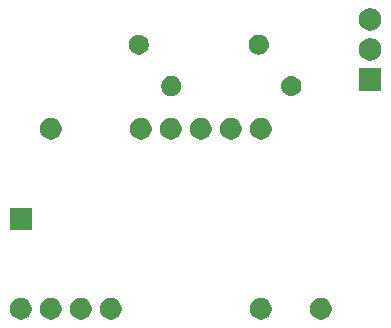
<source format=gbr>
G04 #@! TF.GenerationSoftware,KiCad,Pcbnew,(5.0.0-3-g5ebb6b6)*
G04 #@! TF.CreationDate,2021-01-21T07:34:20+01:00*
G04 #@! TF.ProjectId,HB-RC-4-TOUCH,48422D52432D342D544F5543482E6B69,rev?*
G04 #@! TF.SameCoordinates,Original*
G04 #@! TF.FileFunction,Soldermask,Bot*
G04 #@! TF.FilePolarity,Negative*
%FSLAX46Y46*%
G04 Gerber Fmt 4.6, Leading zero omitted, Abs format (unit mm)*
G04 Created by KiCad (PCBNEW (5.0.0-3-g5ebb6b6)) date Thursday, 21. January 2021 um 07:34:20*
%MOMM*%
%LPD*%
G01*
G04 APERTURE LIST*
%ADD10C,0.100000*%
G04 APERTURE END LIST*
D10*
G36*
X273676776Y-43240547D02*
X273676778Y-43240548D01*
X273676779Y-43240548D01*
X273843225Y-43309492D01*
X273843226Y-43309493D01*
X273993026Y-43409586D01*
X274120414Y-43536974D01*
X274120416Y-43536977D01*
X274220508Y-43686775D01*
X274289452Y-43853221D01*
X274324600Y-44029920D01*
X274324600Y-44210080D01*
X274289452Y-44386779D01*
X274220508Y-44553225D01*
X274220507Y-44553226D01*
X274120414Y-44703026D01*
X273993026Y-44830414D01*
X273993023Y-44830416D01*
X273843225Y-44930508D01*
X273676779Y-44999452D01*
X273676778Y-44999452D01*
X273676776Y-44999453D01*
X273500082Y-45034600D01*
X273319918Y-45034600D01*
X273143224Y-44999453D01*
X273143222Y-44999452D01*
X273143221Y-44999452D01*
X272976775Y-44930508D01*
X272826977Y-44830416D01*
X272826974Y-44830414D01*
X272699586Y-44703026D01*
X272599493Y-44553226D01*
X272599492Y-44553225D01*
X272530548Y-44386779D01*
X272495400Y-44210080D01*
X272495400Y-44029920D01*
X272530548Y-43853221D01*
X272599492Y-43686775D01*
X272699584Y-43536977D01*
X272699586Y-43536974D01*
X272826974Y-43409586D01*
X272976774Y-43309493D01*
X272976775Y-43309492D01*
X273143221Y-43240548D01*
X273143222Y-43240548D01*
X273143224Y-43240547D01*
X273319918Y-43205400D01*
X273500082Y-43205400D01*
X273676776Y-43240547D01*
X273676776Y-43240547D01*
G37*
G36*
X268596776Y-43240547D02*
X268596778Y-43240548D01*
X268596779Y-43240548D01*
X268763225Y-43309492D01*
X268763226Y-43309493D01*
X268913026Y-43409586D01*
X269040414Y-43536974D01*
X269040416Y-43536977D01*
X269140508Y-43686775D01*
X269209452Y-43853221D01*
X269244600Y-44029920D01*
X269244600Y-44210080D01*
X269209452Y-44386779D01*
X269140508Y-44553225D01*
X269140507Y-44553226D01*
X269040414Y-44703026D01*
X268913026Y-44830414D01*
X268913023Y-44830416D01*
X268763225Y-44930508D01*
X268596779Y-44999452D01*
X268596778Y-44999452D01*
X268596776Y-44999453D01*
X268420082Y-45034600D01*
X268239918Y-45034600D01*
X268063224Y-44999453D01*
X268063222Y-44999452D01*
X268063221Y-44999452D01*
X267896775Y-44930508D01*
X267746977Y-44830416D01*
X267746974Y-44830414D01*
X267619586Y-44703026D01*
X267519493Y-44553226D01*
X267519492Y-44553225D01*
X267450548Y-44386779D01*
X267415400Y-44210080D01*
X267415400Y-44029920D01*
X267450548Y-43853221D01*
X267519492Y-43686775D01*
X267619584Y-43536977D01*
X267619586Y-43536974D01*
X267746974Y-43409586D01*
X267896774Y-43309493D01*
X267896775Y-43309492D01*
X268063221Y-43240548D01*
X268063222Y-43240548D01*
X268063224Y-43240547D01*
X268239918Y-43205400D01*
X268420082Y-43205400D01*
X268596776Y-43240547D01*
X268596776Y-43240547D01*
G37*
G36*
X255896776Y-43240547D02*
X255896778Y-43240548D01*
X255896779Y-43240548D01*
X256063225Y-43309492D01*
X256063226Y-43309493D01*
X256213026Y-43409586D01*
X256340414Y-43536974D01*
X256340416Y-43536977D01*
X256440508Y-43686775D01*
X256509452Y-43853221D01*
X256544600Y-44029920D01*
X256544600Y-44210080D01*
X256509452Y-44386779D01*
X256440508Y-44553225D01*
X256440507Y-44553226D01*
X256340414Y-44703026D01*
X256213026Y-44830414D01*
X256213023Y-44830416D01*
X256063225Y-44930508D01*
X255896779Y-44999452D01*
X255896778Y-44999452D01*
X255896776Y-44999453D01*
X255720082Y-45034600D01*
X255539918Y-45034600D01*
X255363224Y-44999453D01*
X255363222Y-44999452D01*
X255363221Y-44999452D01*
X255196775Y-44930508D01*
X255046977Y-44830416D01*
X255046974Y-44830414D01*
X254919586Y-44703026D01*
X254819493Y-44553226D01*
X254819492Y-44553225D01*
X254750548Y-44386779D01*
X254715400Y-44210080D01*
X254715400Y-44029920D01*
X254750548Y-43853221D01*
X254819492Y-43686775D01*
X254919584Y-43536977D01*
X254919586Y-43536974D01*
X255046974Y-43409586D01*
X255196774Y-43309493D01*
X255196775Y-43309492D01*
X255363221Y-43240548D01*
X255363222Y-43240548D01*
X255363224Y-43240547D01*
X255539918Y-43205400D01*
X255720082Y-43205400D01*
X255896776Y-43240547D01*
X255896776Y-43240547D01*
G37*
G36*
X253356776Y-43240547D02*
X253356778Y-43240548D01*
X253356779Y-43240548D01*
X253523225Y-43309492D01*
X253523226Y-43309493D01*
X253673026Y-43409586D01*
X253800414Y-43536974D01*
X253800416Y-43536977D01*
X253900508Y-43686775D01*
X253969452Y-43853221D01*
X254004600Y-44029920D01*
X254004600Y-44210080D01*
X253969452Y-44386779D01*
X253900508Y-44553225D01*
X253900507Y-44553226D01*
X253800414Y-44703026D01*
X253673026Y-44830414D01*
X253673023Y-44830416D01*
X253523225Y-44930508D01*
X253356779Y-44999452D01*
X253356778Y-44999452D01*
X253356776Y-44999453D01*
X253180082Y-45034600D01*
X252999918Y-45034600D01*
X252823224Y-44999453D01*
X252823222Y-44999452D01*
X252823221Y-44999452D01*
X252656775Y-44930508D01*
X252506977Y-44830416D01*
X252506974Y-44830414D01*
X252379586Y-44703026D01*
X252279493Y-44553226D01*
X252279492Y-44553225D01*
X252210548Y-44386779D01*
X252175400Y-44210080D01*
X252175400Y-44029920D01*
X252210548Y-43853221D01*
X252279492Y-43686775D01*
X252379584Y-43536977D01*
X252379586Y-43536974D01*
X252506974Y-43409586D01*
X252656774Y-43309493D01*
X252656775Y-43309492D01*
X252823221Y-43240548D01*
X252823222Y-43240548D01*
X252823224Y-43240547D01*
X252999918Y-43205400D01*
X253180082Y-43205400D01*
X253356776Y-43240547D01*
X253356776Y-43240547D01*
G37*
G36*
X250816776Y-43240547D02*
X250816778Y-43240548D01*
X250816779Y-43240548D01*
X250983225Y-43309492D01*
X250983226Y-43309493D01*
X251133026Y-43409586D01*
X251260414Y-43536974D01*
X251260416Y-43536977D01*
X251360508Y-43686775D01*
X251429452Y-43853221D01*
X251464600Y-44029920D01*
X251464600Y-44210080D01*
X251429452Y-44386779D01*
X251360508Y-44553225D01*
X251360507Y-44553226D01*
X251260414Y-44703026D01*
X251133026Y-44830414D01*
X251133023Y-44830416D01*
X250983225Y-44930508D01*
X250816779Y-44999452D01*
X250816778Y-44999452D01*
X250816776Y-44999453D01*
X250640082Y-45034600D01*
X250459918Y-45034600D01*
X250283224Y-44999453D01*
X250283222Y-44999452D01*
X250283221Y-44999452D01*
X250116775Y-44930508D01*
X249966977Y-44830416D01*
X249966974Y-44830414D01*
X249839586Y-44703026D01*
X249739493Y-44553226D01*
X249739492Y-44553225D01*
X249670548Y-44386779D01*
X249635400Y-44210080D01*
X249635400Y-44029920D01*
X249670548Y-43853221D01*
X249739492Y-43686775D01*
X249839584Y-43536977D01*
X249839586Y-43536974D01*
X249966974Y-43409586D01*
X250116774Y-43309493D01*
X250116775Y-43309492D01*
X250283221Y-43240548D01*
X250283222Y-43240548D01*
X250283224Y-43240547D01*
X250459918Y-43205400D01*
X250640082Y-43205400D01*
X250816776Y-43240547D01*
X250816776Y-43240547D01*
G37*
G36*
X248276776Y-43240547D02*
X248276778Y-43240548D01*
X248276779Y-43240548D01*
X248443225Y-43309492D01*
X248443226Y-43309493D01*
X248593026Y-43409586D01*
X248720414Y-43536974D01*
X248720416Y-43536977D01*
X248820508Y-43686775D01*
X248889452Y-43853221D01*
X248924600Y-44029920D01*
X248924600Y-44210080D01*
X248889452Y-44386779D01*
X248820508Y-44553225D01*
X248820507Y-44553226D01*
X248720414Y-44703026D01*
X248593026Y-44830414D01*
X248593023Y-44830416D01*
X248443225Y-44930508D01*
X248276779Y-44999452D01*
X248276778Y-44999452D01*
X248276776Y-44999453D01*
X248100082Y-45034600D01*
X247919918Y-45034600D01*
X247743224Y-44999453D01*
X247743222Y-44999452D01*
X247743221Y-44999452D01*
X247576775Y-44930508D01*
X247426977Y-44830416D01*
X247426974Y-44830414D01*
X247299586Y-44703026D01*
X247199493Y-44553226D01*
X247199492Y-44553225D01*
X247130548Y-44386779D01*
X247095400Y-44210080D01*
X247095400Y-44029920D01*
X247130548Y-43853221D01*
X247199492Y-43686775D01*
X247299584Y-43536977D01*
X247299586Y-43536974D01*
X247426974Y-43409586D01*
X247576774Y-43309493D01*
X247576775Y-43309492D01*
X247743221Y-43240548D01*
X247743222Y-43240548D01*
X247743224Y-43240547D01*
X247919918Y-43205400D01*
X248100082Y-43205400D01*
X248276776Y-43240547D01*
X248276776Y-43240547D01*
G37*
G36*
X248924600Y-37414600D02*
X247095400Y-37414600D01*
X247095400Y-35585400D01*
X248924600Y-35585400D01*
X248924600Y-37414600D01*
X248924600Y-37414600D01*
G37*
G36*
X250816776Y-28000547D02*
X250816778Y-28000548D01*
X250816779Y-28000548D01*
X250983225Y-28069492D01*
X250983226Y-28069493D01*
X251133026Y-28169586D01*
X251260414Y-28296974D01*
X251260416Y-28296977D01*
X251360508Y-28446775D01*
X251429452Y-28613221D01*
X251464600Y-28789920D01*
X251464600Y-28970080D01*
X251429452Y-29146779D01*
X251360508Y-29313225D01*
X251360507Y-29313226D01*
X251260414Y-29463026D01*
X251133026Y-29590414D01*
X251133023Y-29590416D01*
X250983225Y-29690508D01*
X250816779Y-29759452D01*
X250816778Y-29759452D01*
X250816776Y-29759453D01*
X250640082Y-29794600D01*
X250459918Y-29794600D01*
X250283224Y-29759453D01*
X250283222Y-29759452D01*
X250283221Y-29759452D01*
X250116775Y-29690508D01*
X249966977Y-29590416D01*
X249966974Y-29590414D01*
X249839586Y-29463026D01*
X249739493Y-29313226D01*
X249739492Y-29313225D01*
X249670548Y-29146779D01*
X249635400Y-28970080D01*
X249635400Y-28789920D01*
X249670548Y-28613221D01*
X249739492Y-28446775D01*
X249839584Y-28296977D01*
X249839586Y-28296974D01*
X249966974Y-28169586D01*
X250116774Y-28069493D01*
X250116775Y-28069492D01*
X250283221Y-28000548D01*
X250283222Y-28000548D01*
X250283224Y-28000547D01*
X250459918Y-27965400D01*
X250640082Y-27965400D01*
X250816776Y-28000547D01*
X250816776Y-28000547D01*
G37*
G36*
X263516776Y-28000547D02*
X263516778Y-28000548D01*
X263516779Y-28000548D01*
X263683225Y-28069492D01*
X263683226Y-28069493D01*
X263833026Y-28169586D01*
X263960414Y-28296974D01*
X263960416Y-28296977D01*
X264060508Y-28446775D01*
X264129452Y-28613221D01*
X264164600Y-28789920D01*
X264164600Y-28970080D01*
X264129452Y-29146779D01*
X264060508Y-29313225D01*
X264060507Y-29313226D01*
X263960414Y-29463026D01*
X263833026Y-29590414D01*
X263833023Y-29590416D01*
X263683225Y-29690508D01*
X263516779Y-29759452D01*
X263516778Y-29759452D01*
X263516776Y-29759453D01*
X263340082Y-29794600D01*
X263159918Y-29794600D01*
X262983224Y-29759453D01*
X262983222Y-29759452D01*
X262983221Y-29759452D01*
X262816775Y-29690508D01*
X262666977Y-29590416D01*
X262666974Y-29590414D01*
X262539586Y-29463026D01*
X262439493Y-29313226D01*
X262439492Y-29313225D01*
X262370548Y-29146779D01*
X262335400Y-28970080D01*
X262335400Y-28789920D01*
X262370548Y-28613221D01*
X262439492Y-28446775D01*
X262539584Y-28296977D01*
X262539586Y-28296974D01*
X262666974Y-28169586D01*
X262816774Y-28069493D01*
X262816775Y-28069492D01*
X262983221Y-28000548D01*
X262983222Y-28000548D01*
X262983224Y-28000547D01*
X263159918Y-27965400D01*
X263340082Y-27965400D01*
X263516776Y-28000547D01*
X263516776Y-28000547D01*
G37*
G36*
X266056776Y-28000547D02*
X266056778Y-28000548D01*
X266056779Y-28000548D01*
X266223225Y-28069492D01*
X266223226Y-28069493D01*
X266373026Y-28169586D01*
X266500414Y-28296974D01*
X266500416Y-28296977D01*
X266600508Y-28446775D01*
X266669452Y-28613221D01*
X266704600Y-28789920D01*
X266704600Y-28970080D01*
X266669452Y-29146779D01*
X266600508Y-29313225D01*
X266600507Y-29313226D01*
X266500414Y-29463026D01*
X266373026Y-29590414D01*
X266373023Y-29590416D01*
X266223225Y-29690508D01*
X266056779Y-29759452D01*
X266056778Y-29759452D01*
X266056776Y-29759453D01*
X265880082Y-29794600D01*
X265699918Y-29794600D01*
X265523224Y-29759453D01*
X265523222Y-29759452D01*
X265523221Y-29759452D01*
X265356775Y-29690508D01*
X265206977Y-29590416D01*
X265206974Y-29590414D01*
X265079586Y-29463026D01*
X264979493Y-29313226D01*
X264979492Y-29313225D01*
X264910548Y-29146779D01*
X264875400Y-28970080D01*
X264875400Y-28789920D01*
X264910548Y-28613221D01*
X264979492Y-28446775D01*
X265079584Y-28296977D01*
X265079586Y-28296974D01*
X265206974Y-28169586D01*
X265356774Y-28069493D01*
X265356775Y-28069492D01*
X265523221Y-28000548D01*
X265523222Y-28000548D01*
X265523224Y-28000547D01*
X265699918Y-27965400D01*
X265880082Y-27965400D01*
X266056776Y-28000547D01*
X266056776Y-28000547D01*
G37*
G36*
X260976776Y-28000547D02*
X260976778Y-28000548D01*
X260976779Y-28000548D01*
X261143225Y-28069492D01*
X261143226Y-28069493D01*
X261293026Y-28169586D01*
X261420414Y-28296974D01*
X261420416Y-28296977D01*
X261520508Y-28446775D01*
X261589452Y-28613221D01*
X261624600Y-28789920D01*
X261624600Y-28970080D01*
X261589452Y-29146779D01*
X261520508Y-29313225D01*
X261520507Y-29313226D01*
X261420414Y-29463026D01*
X261293026Y-29590414D01*
X261293023Y-29590416D01*
X261143225Y-29690508D01*
X260976779Y-29759452D01*
X260976778Y-29759452D01*
X260976776Y-29759453D01*
X260800082Y-29794600D01*
X260619918Y-29794600D01*
X260443224Y-29759453D01*
X260443222Y-29759452D01*
X260443221Y-29759452D01*
X260276775Y-29690508D01*
X260126977Y-29590416D01*
X260126974Y-29590414D01*
X259999586Y-29463026D01*
X259899493Y-29313226D01*
X259899492Y-29313225D01*
X259830548Y-29146779D01*
X259795400Y-28970080D01*
X259795400Y-28789920D01*
X259830548Y-28613221D01*
X259899492Y-28446775D01*
X259999584Y-28296977D01*
X259999586Y-28296974D01*
X260126974Y-28169586D01*
X260276774Y-28069493D01*
X260276775Y-28069492D01*
X260443221Y-28000548D01*
X260443222Y-28000548D01*
X260443224Y-28000547D01*
X260619918Y-27965400D01*
X260800082Y-27965400D01*
X260976776Y-28000547D01*
X260976776Y-28000547D01*
G37*
G36*
X258436776Y-28000547D02*
X258436778Y-28000548D01*
X258436779Y-28000548D01*
X258603225Y-28069492D01*
X258603226Y-28069493D01*
X258753026Y-28169586D01*
X258880414Y-28296974D01*
X258880416Y-28296977D01*
X258980508Y-28446775D01*
X259049452Y-28613221D01*
X259084600Y-28789920D01*
X259084600Y-28970080D01*
X259049452Y-29146779D01*
X258980508Y-29313225D01*
X258980507Y-29313226D01*
X258880414Y-29463026D01*
X258753026Y-29590414D01*
X258753023Y-29590416D01*
X258603225Y-29690508D01*
X258436779Y-29759452D01*
X258436778Y-29759452D01*
X258436776Y-29759453D01*
X258260082Y-29794600D01*
X258079918Y-29794600D01*
X257903224Y-29759453D01*
X257903222Y-29759452D01*
X257903221Y-29759452D01*
X257736775Y-29690508D01*
X257586977Y-29590416D01*
X257586974Y-29590414D01*
X257459586Y-29463026D01*
X257359493Y-29313226D01*
X257359492Y-29313225D01*
X257290548Y-29146779D01*
X257255400Y-28970080D01*
X257255400Y-28789920D01*
X257290548Y-28613221D01*
X257359492Y-28446775D01*
X257459584Y-28296977D01*
X257459586Y-28296974D01*
X257586974Y-28169586D01*
X257736774Y-28069493D01*
X257736775Y-28069492D01*
X257903221Y-28000548D01*
X257903222Y-28000548D01*
X257903224Y-28000547D01*
X258079918Y-27965400D01*
X258260082Y-27965400D01*
X258436776Y-28000547D01*
X258436776Y-28000547D01*
G37*
G36*
X268596776Y-28000547D02*
X268596778Y-28000548D01*
X268596779Y-28000548D01*
X268763225Y-28069492D01*
X268763226Y-28069493D01*
X268913026Y-28169586D01*
X269040414Y-28296974D01*
X269040416Y-28296977D01*
X269140508Y-28446775D01*
X269209452Y-28613221D01*
X269244600Y-28789920D01*
X269244600Y-28970080D01*
X269209452Y-29146779D01*
X269140508Y-29313225D01*
X269140507Y-29313226D01*
X269040414Y-29463026D01*
X268913026Y-29590414D01*
X268913023Y-29590416D01*
X268763225Y-29690508D01*
X268596779Y-29759452D01*
X268596778Y-29759452D01*
X268596776Y-29759453D01*
X268420082Y-29794600D01*
X268239918Y-29794600D01*
X268063224Y-29759453D01*
X268063222Y-29759452D01*
X268063221Y-29759452D01*
X267896775Y-29690508D01*
X267746977Y-29590416D01*
X267746974Y-29590414D01*
X267619586Y-29463026D01*
X267519493Y-29313226D01*
X267519492Y-29313225D01*
X267450548Y-29146779D01*
X267415400Y-28970080D01*
X267415400Y-28789920D01*
X267450548Y-28613221D01*
X267519492Y-28446775D01*
X267619584Y-28296977D01*
X267619586Y-28296974D01*
X267746974Y-28169586D01*
X267896774Y-28069493D01*
X267896775Y-28069492D01*
X268063221Y-28000548D01*
X268063222Y-28000548D01*
X268063224Y-28000547D01*
X268239918Y-27965400D01*
X268420082Y-27965400D01*
X268596776Y-28000547D01*
X268596776Y-28000547D01*
G37*
G36*
X260998228Y-24431703D02*
X261153100Y-24495853D01*
X261292481Y-24588985D01*
X261411015Y-24707519D01*
X261504147Y-24846900D01*
X261568297Y-25001772D01*
X261601000Y-25166184D01*
X261601000Y-25333816D01*
X261568297Y-25498228D01*
X261504147Y-25653100D01*
X261411015Y-25792481D01*
X261292481Y-25911015D01*
X261153100Y-26004147D01*
X260998228Y-26068297D01*
X260833816Y-26101000D01*
X260666184Y-26101000D01*
X260501772Y-26068297D01*
X260346900Y-26004147D01*
X260207519Y-25911015D01*
X260088985Y-25792481D01*
X259995853Y-25653100D01*
X259931703Y-25498228D01*
X259899000Y-25333816D01*
X259899000Y-25166184D01*
X259931703Y-25001772D01*
X259995853Y-24846900D01*
X260088985Y-24707519D01*
X260207519Y-24588985D01*
X260346900Y-24495853D01*
X260501772Y-24431703D01*
X260666184Y-24399000D01*
X260833816Y-24399000D01*
X260998228Y-24431703D01*
X260998228Y-24431703D01*
G37*
G36*
X271076821Y-24411313D02*
X271076824Y-24411314D01*
X271076825Y-24411314D01*
X271237239Y-24459975D01*
X271237241Y-24459976D01*
X271237244Y-24459977D01*
X271385078Y-24538995D01*
X271514659Y-24645341D01*
X271621005Y-24774922D01*
X271700023Y-24922756D01*
X271700024Y-24922759D01*
X271700025Y-24922761D01*
X271748686Y-25083175D01*
X271748687Y-25083179D01*
X271765117Y-25250000D01*
X271748687Y-25416821D01*
X271748686Y-25416824D01*
X271748686Y-25416825D01*
X271723993Y-25498228D01*
X271700023Y-25577244D01*
X271621005Y-25725078D01*
X271514659Y-25854659D01*
X271385078Y-25961005D01*
X271237244Y-26040023D01*
X271237241Y-26040024D01*
X271237239Y-26040025D01*
X271076825Y-26088686D01*
X271076824Y-26088686D01*
X271076821Y-26088687D01*
X270951804Y-26101000D01*
X270868196Y-26101000D01*
X270743179Y-26088687D01*
X270743176Y-26088686D01*
X270743175Y-26088686D01*
X270582761Y-26040025D01*
X270582759Y-26040024D01*
X270582756Y-26040023D01*
X270434922Y-25961005D01*
X270305341Y-25854659D01*
X270198995Y-25725078D01*
X270119977Y-25577244D01*
X270096008Y-25498228D01*
X270071314Y-25416825D01*
X270071314Y-25416824D01*
X270071313Y-25416821D01*
X270054883Y-25250000D01*
X270071313Y-25083179D01*
X270071314Y-25083175D01*
X270119975Y-24922761D01*
X270119976Y-24922759D01*
X270119977Y-24922756D01*
X270198995Y-24774922D01*
X270305341Y-24645341D01*
X270434922Y-24538995D01*
X270582756Y-24459977D01*
X270582759Y-24459976D01*
X270582761Y-24459975D01*
X270743175Y-24411314D01*
X270743176Y-24411314D01*
X270743179Y-24411313D01*
X270868196Y-24399000D01*
X270951804Y-24399000D01*
X271076821Y-24411313D01*
X271076821Y-24411313D01*
G37*
G36*
X278551000Y-25651000D02*
X276649000Y-25651000D01*
X276649000Y-23749000D01*
X278551000Y-23749000D01*
X278551000Y-25651000D01*
X278551000Y-25651000D01*
G37*
G36*
X277877396Y-21245546D02*
X278050466Y-21317234D01*
X278206230Y-21421312D01*
X278338688Y-21553770D01*
X278442766Y-21709534D01*
X278514454Y-21882604D01*
X278551000Y-22066333D01*
X278551000Y-22253667D01*
X278514454Y-22437396D01*
X278442766Y-22610466D01*
X278338688Y-22766230D01*
X278206230Y-22898688D01*
X278050466Y-23002766D01*
X277877396Y-23074454D01*
X277693667Y-23111000D01*
X277506333Y-23111000D01*
X277322604Y-23074454D01*
X277149534Y-23002766D01*
X276993770Y-22898688D01*
X276861312Y-22766230D01*
X276757234Y-22610466D01*
X276685546Y-22437396D01*
X276649000Y-22253667D01*
X276649000Y-22066333D01*
X276685546Y-21882604D01*
X276757234Y-21709534D01*
X276861312Y-21553770D01*
X276993770Y-21421312D01*
X277149534Y-21317234D01*
X277322604Y-21245546D01*
X277506333Y-21209000D01*
X277693667Y-21209000D01*
X277877396Y-21245546D01*
X277877396Y-21245546D01*
G37*
G36*
X268326821Y-20911313D02*
X268326824Y-20911314D01*
X268326825Y-20911314D01*
X268487239Y-20959975D01*
X268487241Y-20959976D01*
X268487244Y-20959977D01*
X268635078Y-21038995D01*
X268764659Y-21145341D01*
X268871005Y-21274922D01*
X268950023Y-21422756D01*
X268950024Y-21422759D01*
X268950025Y-21422761D01*
X268989766Y-21553770D01*
X268998687Y-21583179D01*
X269015117Y-21750000D01*
X268998687Y-21916821D01*
X268998686Y-21916824D01*
X268998686Y-21916825D01*
X268953333Y-22066335D01*
X268950023Y-22077244D01*
X268871005Y-22225078D01*
X268764659Y-22354659D01*
X268635078Y-22461005D01*
X268487244Y-22540023D01*
X268487241Y-22540024D01*
X268487239Y-22540025D01*
X268326825Y-22588686D01*
X268326824Y-22588686D01*
X268326821Y-22588687D01*
X268201804Y-22601000D01*
X268118196Y-22601000D01*
X267993179Y-22588687D01*
X267993176Y-22588686D01*
X267993175Y-22588686D01*
X267832761Y-22540025D01*
X267832759Y-22540024D01*
X267832756Y-22540023D01*
X267684922Y-22461005D01*
X267555341Y-22354659D01*
X267448995Y-22225078D01*
X267369977Y-22077244D01*
X267366668Y-22066335D01*
X267321314Y-21916825D01*
X267321314Y-21916824D01*
X267321313Y-21916821D01*
X267304883Y-21750000D01*
X267321313Y-21583179D01*
X267330234Y-21553770D01*
X267369975Y-21422761D01*
X267369976Y-21422759D01*
X267369977Y-21422756D01*
X267448995Y-21274922D01*
X267555341Y-21145341D01*
X267684922Y-21038995D01*
X267832756Y-20959977D01*
X267832759Y-20959976D01*
X267832761Y-20959975D01*
X267993175Y-20911314D01*
X267993176Y-20911314D01*
X267993179Y-20911313D01*
X268118196Y-20899000D01*
X268201804Y-20899000D01*
X268326821Y-20911313D01*
X268326821Y-20911313D01*
G37*
G36*
X258248228Y-20931703D02*
X258403100Y-20995853D01*
X258542481Y-21088985D01*
X258661015Y-21207519D01*
X258754147Y-21346900D01*
X258818297Y-21501772D01*
X258851000Y-21666184D01*
X258851000Y-21833816D01*
X258818297Y-21998228D01*
X258754147Y-22153100D01*
X258661015Y-22292481D01*
X258542481Y-22411015D01*
X258403100Y-22504147D01*
X258248228Y-22568297D01*
X258083816Y-22601000D01*
X257916184Y-22601000D01*
X257751772Y-22568297D01*
X257596900Y-22504147D01*
X257457519Y-22411015D01*
X257338985Y-22292481D01*
X257245853Y-22153100D01*
X257181703Y-21998228D01*
X257149000Y-21833816D01*
X257149000Y-21666184D01*
X257181703Y-21501772D01*
X257245853Y-21346900D01*
X257338985Y-21207519D01*
X257457519Y-21088985D01*
X257596900Y-20995853D01*
X257751772Y-20931703D01*
X257916184Y-20899000D01*
X258083816Y-20899000D01*
X258248228Y-20931703D01*
X258248228Y-20931703D01*
G37*
G36*
X277877396Y-18705546D02*
X278050466Y-18777234D01*
X278206230Y-18881312D01*
X278338688Y-19013770D01*
X278442766Y-19169534D01*
X278514454Y-19342604D01*
X278551000Y-19526333D01*
X278551000Y-19713667D01*
X278514454Y-19897396D01*
X278442766Y-20070466D01*
X278338688Y-20226230D01*
X278206230Y-20358688D01*
X278050466Y-20462766D01*
X277877396Y-20534454D01*
X277693667Y-20571000D01*
X277506333Y-20571000D01*
X277322604Y-20534454D01*
X277149534Y-20462766D01*
X276993770Y-20358688D01*
X276861312Y-20226230D01*
X276757234Y-20070466D01*
X276685546Y-19897396D01*
X276649000Y-19713667D01*
X276649000Y-19526333D01*
X276685546Y-19342604D01*
X276757234Y-19169534D01*
X276861312Y-19013770D01*
X276993770Y-18881312D01*
X277149534Y-18777234D01*
X277322604Y-18705546D01*
X277506333Y-18669000D01*
X277693667Y-18669000D01*
X277877396Y-18705546D01*
X277877396Y-18705546D01*
G37*
M02*

</source>
